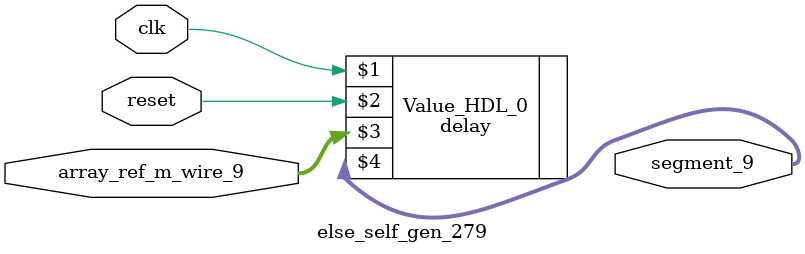
<source format=v>
module else_self_gen_279( input clk, input reset, input [31:0]array_ref_m_wire_9, output [31:0]segment_9); 
	wire [31:0]segment_9;
	//Proceed with segment_9 = array_ref_m_wire_9
	delay Value_HDL_0 ( clk, reset, array_ref_m_wire_9, segment_9);
endmodule
</source>
